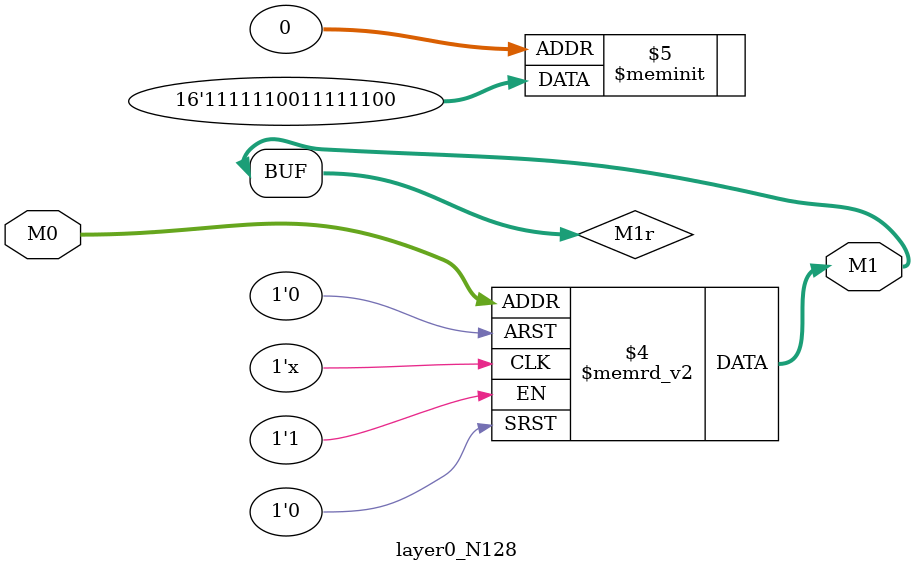
<source format=v>
module layer0_N128 ( input [2:0] M0, output [1:0] M1 );

	(*rom_style = "distributed" *) reg [1:0] M1r;
	assign M1 = M1r;
	always @ (M0) begin
		case (M0)
			3'b000: M1r = 2'b00;
			3'b100: M1r = 2'b00;
			3'b010: M1r = 2'b11;
			3'b110: M1r = 2'b11;
			3'b001: M1r = 2'b11;
			3'b101: M1r = 2'b11;
			3'b011: M1r = 2'b11;
			3'b111: M1r = 2'b11;

		endcase
	end
endmodule

</source>
